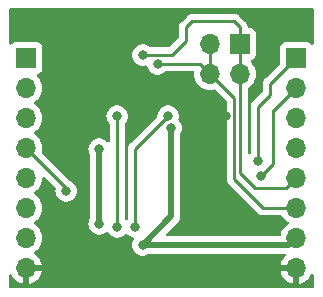
<source format=gbl>
G04 #@! TF.GenerationSoftware,KiCad,Pcbnew,7.0.1*
G04 #@! TF.CreationDate,2023-10-25T20:54:25+02:00*
G04 #@! TF.ProjectId,canfd_breakout,63616e66-645f-4627-9265-616b6f75742e,rev?*
G04 #@! TF.SameCoordinates,Original*
G04 #@! TF.FileFunction,Copper,L2,Bot*
G04 #@! TF.FilePolarity,Positive*
%FSLAX46Y46*%
G04 Gerber Fmt 4.6, Leading zero omitted, Abs format (unit mm)*
G04 Created by KiCad (PCBNEW 7.0.1) date 2023-10-25 20:54:25*
%MOMM*%
%LPD*%
G01*
G04 APERTURE LIST*
G04 #@! TA.AperFunction,ComponentPad*
%ADD10R,1.700000X1.700000*%
G04 #@! TD*
G04 #@! TA.AperFunction,ComponentPad*
%ADD11O,1.700000X1.700000*%
G04 #@! TD*
G04 #@! TA.AperFunction,ViaPad*
%ADD12C,0.800000*%
G04 #@! TD*
G04 #@! TA.AperFunction,Conductor*
%ADD13C,0.250000*%
G04 #@! TD*
G04 #@! TA.AperFunction,Conductor*
%ADD14C,0.500000*%
G04 #@! TD*
G04 APERTURE END LIST*
D10*
X122860000Y-100000000D03*
D11*
X122860000Y-102540000D03*
X122860000Y-105080000D03*
X122860000Y-107620000D03*
X122860000Y-110160000D03*
X122860000Y-112700000D03*
X122860000Y-115240000D03*
X122860000Y-117780000D03*
D10*
X100000000Y-100000000D03*
D11*
X100000000Y-102540000D03*
X100000000Y-105080000D03*
X100000000Y-107620000D03*
X100000000Y-110160000D03*
X100000000Y-112700000D03*
X100000000Y-115240000D03*
X100000000Y-117780000D03*
X115570000Y-101346000D03*
X115570000Y-98806000D03*
X118110000Y-101346000D03*
D10*
X118110000Y-98806000D03*
D12*
X119634000Y-108712000D03*
X106172000Y-107696000D03*
X111120701Y-100494500D03*
X109855000Y-99732500D03*
X109855000Y-115824000D03*
X109220000Y-104902000D03*
X116877500Y-104902000D03*
X119888000Y-109982000D03*
X103378000Y-111252000D03*
X120650000Y-118872000D03*
X120142000Y-114300000D03*
X115824000Y-114300000D03*
X109982000Y-118364000D03*
X102362000Y-105918000D03*
X102362000Y-100330000D03*
X106172000Y-114046000D03*
X112268000Y-105918000D03*
X109220000Y-114300000D03*
X112014000Y-104902000D03*
X107696000Y-114300000D03*
X107696000Y-104902000D03*
D13*
X120650000Y-102210000D02*
X122860000Y-100000000D01*
X120650000Y-103088299D02*
X120650000Y-102210000D01*
X119634000Y-104104299D02*
X120650000Y-103088299D01*
X119634000Y-108712000D02*
X119634000Y-104104299D01*
D14*
X106172000Y-107696000D02*
X106172000Y-114046000D01*
D13*
X114718500Y-100494500D02*
X115570000Y-101346000D01*
X111120701Y-100494500D02*
X114718500Y-100494500D01*
X118110000Y-97409000D02*
X118110000Y-98806000D01*
X117602000Y-96901000D02*
X118110000Y-97409000D01*
X114046000Y-96901000D02*
X117602000Y-96901000D01*
X113538000Y-97409000D02*
X114046000Y-96901000D01*
X113538000Y-98552000D02*
X113538000Y-97409000D01*
X112357500Y-99732500D02*
X113538000Y-98552000D01*
X109855000Y-99732500D02*
X112357500Y-99732500D01*
D14*
X109855000Y-115824000D02*
X122276000Y-115824000D01*
X112268000Y-113411000D02*
X109855000Y-115824000D01*
X112268000Y-105918000D02*
X112268000Y-113411000D01*
X122276000Y-115824000D02*
X122860000Y-115240000D01*
D13*
X122022000Y-110998000D02*
X122860000Y-110160000D01*
X119380000Y-110998000D02*
X122022000Y-110998000D01*
X118110000Y-109728000D02*
X119380000Y-110998000D01*
X118110000Y-101346000D02*
X118110000Y-109728000D01*
X121006000Y-104394000D02*
X122860000Y-102540000D01*
X119888000Y-109982000D02*
X120904000Y-108966000D01*
X120904000Y-104394000D02*
X121006000Y-104394000D01*
X120904000Y-108966000D02*
X120904000Y-104394000D01*
X120066000Y-112700000D02*
X122860000Y-112700000D01*
X117602000Y-110236000D02*
X120066000Y-112700000D01*
X117602000Y-103378000D02*
X117602000Y-110236000D01*
X115570000Y-101346000D02*
X117602000Y-103378000D01*
X103378000Y-111252000D02*
X103378000Y-110998000D01*
X103378000Y-110998000D02*
X100000000Y-107620000D01*
X118110000Y-101346000D02*
X118110000Y-98806000D01*
X115570000Y-101346000D02*
X115570000Y-98806000D01*
X109220000Y-107696000D02*
X109220000Y-114300000D01*
X112014000Y-104902000D02*
X109220000Y-107696000D01*
X107696000Y-104902000D02*
X107696000Y-114300000D01*
G04 #@! TA.AperFunction,Conductor*
G36*
X124270500Y-95775113D02*
G01*
X124315887Y-95820500D01*
X124332500Y-95882500D01*
X124332500Y-98773830D01*
X124317332Y-98833257D01*
X124275540Y-98878145D01*
X124217346Y-98897514D01*
X124156989Y-98886624D01*
X124109233Y-98848141D01*
X124093772Y-98827488D01*
X124067546Y-98792454D01*
X123952331Y-98706204D01*
X123817483Y-98655909D01*
X123757873Y-98649500D01*
X123757869Y-98649500D01*
X121962130Y-98649500D01*
X121902515Y-98655909D01*
X121767669Y-98706204D01*
X121652454Y-98792454D01*
X121566204Y-98907668D01*
X121515909Y-99042516D01*
X121509500Y-99102131D01*
X121509500Y-100414546D01*
X121500061Y-100461999D01*
X121473181Y-100502227D01*
X120266208Y-101709199D01*
X120250110Y-101722096D01*
X120202096Y-101773225D01*
X120199391Y-101776017D01*
X120179874Y-101795534D01*
X120177415Y-101798705D01*
X120169842Y-101807572D01*
X120139935Y-101839420D01*
X120130285Y-101856974D01*
X120119609Y-101873228D01*
X120107326Y-101889063D01*
X120089975Y-101929158D01*
X120084838Y-101939644D01*
X120063802Y-101977907D01*
X120058821Y-101997309D01*
X120052520Y-102015711D01*
X120044561Y-102034102D01*
X120037728Y-102077242D01*
X120035360Y-102088674D01*
X120024500Y-102130978D01*
X120024500Y-102151016D01*
X120022973Y-102170415D01*
X120019840Y-102190194D01*
X120023950Y-102233675D01*
X120024500Y-102245344D01*
X120024500Y-102777847D01*
X120015061Y-102825300D01*
X119988181Y-102865528D01*
X119250208Y-103603498D01*
X119234110Y-103616395D01*
X119186096Y-103667524D01*
X119183391Y-103670316D01*
X119163874Y-103689833D01*
X119161415Y-103693004D01*
X119153842Y-103701871D01*
X119123935Y-103733719D01*
X119114285Y-103751273D01*
X119103609Y-103767527D01*
X119091326Y-103783362D01*
X119073975Y-103823457D01*
X119068838Y-103833943D01*
X119047802Y-103872206D01*
X119042821Y-103891608D01*
X119036520Y-103910010D01*
X119028561Y-103928401D01*
X119021728Y-103971541D01*
X119019360Y-103982973D01*
X119008500Y-104025277D01*
X119008500Y-104045315D01*
X119006973Y-104064714D01*
X119003840Y-104084493D01*
X119007950Y-104127974D01*
X119008500Y-104139643D01*
X119008500Y-108013313D01*
X119000264Y-108057751D01*
X118976649Y-108096286D01*
X118951649Y-108124051D01*
X118902722Y-108157301D01*
X118843958Y-108164100D01*
X118788731Y-108142900D01*
X118749611Y-108098527D01*
X118735500Y-108041078D01*
X118735500Y-102621227D01*
X118749511Y-102563970D01*
X118788374Y-102519653D01*
X118981401Y-102384495D01*
X119148495Y-102217401D01*
X119284035Y-102023830D01*
X119383903Y-101809663D01*
X119445063Y-101581408D01*
X119465659Y-101346000D01*
X119445063Y-101110592D01*
X119383903Y-100882337D01*
X119284035Y-100668171D01*
X119148495Y-100474599D01*
X119026569Y-100352673D01*
X118995273Y-100299927D01*
X118993084Y-100238634D01*
X119020537Y-100183789D01*
X119070916Y-100148810D01*
X119202331Y-100099796D01*
X119317546Y-100013546D01*
X119403796Y-99898331D01*
X119454091Y-99763483D01*
X119460500Y-99703873D01*
X119460499Y-97908128D01*
X119454091Y-97848517D01*
X119403796Y-97713669D01*
X119317546Y-97598454D01*
X119202331Y-97512204D01*
X119067483Y-97461909D01*
X119007873Y-97455500D01*
X119007869Y-97455500D01*
X118857434Y-97455500D01*
X118796562Y-97439530D01*
X118751368Y-97395735D01*
X118733495Y-97335394D01*
X118733325Y-97329978D01*
X118732709Y-97310372D01*
X118727119Y-97291134D01*
X118723174Y-97272082D01*
X118720664Y-97252208D01*
X118713099Y-97233102D01*
X118704578Y-97211581D01*
X118700805Y-97200560D01*
X118688617Y-97158610D01*
X118678421Y-97141369D01*
X118669863Y-97123902D01*
X118662486Y-97105268D01*
X118636798Y-97069912D01*
X118630409Y-97060184D01*
X118608170Y-97022579D01*
X118594006Y-97008415D01*
X118581369Y-96993620D01*
X118569595Y-96977414D01*
X118569594Y-96977413D01*
X118535935Y-96949568D01*
X118527305Y-96941714D01*
X118102802Y-96517211D01*
X118089906Y-96501113D01*
X118038775Y-96453098D01*
X118035978Y-96450387D01*
X118016470Y-96430879D01*
X118013290Y-96428412D01*
X118004424Y-96420839D01*
X117972582Y-96390938D01*
X117955024Y-96381285D01*
X117938764Y-96370604D01*
X117922936Y-96358327D01*
X117882851Y-96340980D01*
X117872361Y-96335841D01*
X117834091Y-96314802D01*
X117814691Y-96309821D01*
X117796284Y-96303519D01*
X117777897Y-96295562D01*
X117734758Y-96288729D01*
X117723324Y-96286361D01*
X117681019Y-96275500D01*
X117660984Y-96275500D01*
X117641586Y-96273973D01*
X117634162Y-96272797D01*
X117621805Y-96270840D01*
X117621804Y-96270840D01*
X117595484Y-96273328D01*
X117578325Y-96274950D01*
X117566656Y-96275500D01*
X114128740Y-96275500D01*
X114108236Y-96273236D01*
X114038144Y-96275439D01*
X114034250Y-96275500D01*
X114006648Y-96275500D01*
X114002653Y-96276004D01*
X113991029Y-96276918D01*
X113947368Y-96278290D01*
X113928129Y-96283880D01*
X113909080Y-96287825D01*
X113889208Y-96290335D01*
X113848593Y-96306415D01*
X113837549Y-96310196D01*
X113795611Y-96322382D01*
X113778364Y-96332581D01*
X113760900Y-96341136D01*
X113742267Y-96348514D01*
X113706926Y-96374189D01*
X113697168Y-96380599D01*
X113659579Y-96402829D01*
X113645410Y-96416998D01*
X113630622Y-96429628D01*
X113614413Y-96441405D01*
X113586572Y-96475058D01*
X113578711Y-96483696D01*
X113154208Y-96908199D01*
X113138110Y-96921096D01*
X113090096Y-96972225D01*
X113087391Y-96975017D01*
X113067874Y-96994534D01*
X113065415Y-96997705D01*
X113057842Y-97006572D01*
X113027935Y-97038420D01*
X113018285Y-97055974D01*
X113007609Y-97072228D01*
X112995326Y-97088063D01*
X112977975Y-97128158D01*
X112972838Y-97138644D01*
X112951802Y-97176907D01*
X112946821Y-97196309D01*
X112940520Y-97214711D01*
X112932561Y-97233102D01*
X112925728Y-97276242D01*
X112923360Y-97287674D01*
X112912500Y-97329978D01*
X112912500Y-97350016D01*
X112910973Y-97369415D01*
X112907840Y-97389194D01*
X112911950Y-97432675D01*
X112912500Y-97444344D01*
X112912500Y-98241548D01*
X112903061Y-98289001D01*
X112876181Y-98329229D01*
X112134728Y-99070681D01*
X112094500Y-99097561D01*
X112047047Y-99107000D01*
X110558747Y-99107000D01*
X110508312Y-99096280D01*
X110466598Y-99065973D01*
X110460871Y-99059612D01*
X110307730Y-98948349D01*
X110307729Y-98948348D01*
X110307727Y-98948347D01*
X110134802Y-98871355D01*
X109949648Y-98832000D01*
X109949646Y-98832000D01*
X109760354Y-98832000D01*
X109760352Y-98832000D01*
X109575197Y-98871355D01*
X109402269Y-98948348D01*
X109249129Y-99059610D01*
X109122466Y-99200283D01*
X109027820Y-99364215D01*
X108969326Y-99544242D01*
X108949540Y-99732499D01*
X108969326Y-99920757D01*
X109027820Y-100100784D01*
X109122466Y-100264716D01*
X109249129Y-100405389D01*
X109402269Y-100516651D01*
X109575197Y-100593644D01*
X109760352Y-100633000D01*
X109760354Y-100633000D01*
X109949646Y-100633000D01*
X109949647Y-100633000D01*
X110082407Y-100604781D01*
X110092258Y-100602687D01*
X110152218Y-100604781D01*
X110204177Y-100634779D01*
X110235970Y-100685659D01*
X110293521Y-100862784D01*
X110388167Y-101026716D01*
X110514830Y-101167389D01*
X110667970Y-101278651D01*
X110840898Y-101355644D01*
X111026053Y-101395000D01*
X111026055Y-101395000D01*
X111215347Y-101395000D01*
X111215349Y-101395000D01*
X111351947Y-101365965D01*
X111400504Y-101355644D01*
X111573431Y-101278651D01*
X111726572Y-101167388D01*
X111732299Y-101161026D01*
X111774013Y-101130720D01*
X111824448Y-101120000D01*
X114098791Y-101120000D01*
X114163888Y-101138462D01*
X114209602Y-101188349D01*
X114222319Y-101254807D01*
X114214340Y-101345999D01*
X114234936Y-101581407D01*
X114272634Y-101722096D01*
X114296097Y-101809663D01*
X114395965Y-102023830D01*
X114531505Y-102217401D01*
X114698599Y-102384495D01*
X114892170Y-102520035D01*
X115106337Y-102619903D01*
X115334592Y-102681063D01*
X115570000Y-102701659D01*
X115805408Y-102681063D01*
X115905874Y-102654143D01*
X115970059Y-102654143D01*
X116025646Y-102686236D01*
X116506727Y-103167318D01*
X116940181Y-103600772D01*
X116967061Y-103641000D01*
X116976500Y-103688453D01*
X116976500Y-110153256D01*
X116974235Y-110173762D01*
X116976439Y-110243873D01*
X116976500Y-110247768D01*
X116976500Y-110275349D01*
X116977003Y-110279334D01*
X116977918Y-110290967D01*
X116979290Y-110334626D01*
X116984879Y-110353860D01*
X116988825Y-110372916D01*
X116991335Y-110392792D01*
X117007414Y-110433404D01*
X117011197Y-110444451D01*
X117023382Y-110486391D01*
X117033580Y-110503635D01*
X117042136Y-110521100D01*
X117049514Y-110539732D01*
X117049515Y-110539733D01*
X117075180Y-110575059D01*
X117081593Y-110584822D01*
X117103826Y-110622416D01*
X117103829Y-110622419D01*
X117103830Y-110622420D01*
X117117995Y-110636585D01*
X117130627Y-110651375D01*
X117142406Y-110667587D01*
X117176058Y-110695426D01*
X117184699Y-110703289D01*
X119565196Y-113083787D01*
X119578096Y-113099888D01*
X119629223Y-113147900D01*
X119632019Y-113150610D01*
X119651529Y-113170120D01*
X119654711Y-113172588D01*
X119663571Y-113180155D01*
X119671510Y-113187611D01*
X119695418Y-113210062D01*
X119712970Y-113219711D01*
X119729238Y-113230397D01*
X119745064Y-113242673D01*
X119785146Y-113260017D01*
X119795633Y-113265155D01*
X119833907Y-113286197D01*
X119842410Y-113288379D01*
X119853308Y-113291178D01*
X119871713Y-113297478D01*
X119890104Y-113305437D01*
X119933250Y-113312270D01*
X119944668Y-113314635D01*
X119986981Y-113325500D01*
X120007016Y-113325500D01*
X120026415Y-113327027D01*
X120046196Y-113330160D01*
X120089674Y-113326050D01*
X120101344Y-113325500D01*
X121584773Y-113325500D01*
X121642030Y-113339511D01*
X121686346Y-113378374D01*
X121821505Y-113571401D01*
X121988599Y-113738495D01*
X122174160Y-113868426D01*
X122213024Y-113912743D01*
X122227035Y-113970000D01*
X122213024Y-114027257D01*
X122174159Y-114071575D01*
X121988595Y-114201508D01*
X121821505Y-114368598D01*
X121685965Y-114562170D01*
X121586097Y-114776336D01*
X121531099Y-114981593D01*
X121506314Y-115029206D01*
X121463729Y-115061882D01*
X121411324Y-115073500D01*
X111966229Y-115073500D01*
X111909934Y-115059985D01*
X111865911Y-115022385D01*
X111843756Y-114968898D01*
X111848298Y-114911182D01*
X111878548Y-114861819D01*
X112087212Y-114653155D01*
X112753638Y-113986727D01*
X112767256Y-113974957D01*
X112786530Y-113960610D01*
X112818382Y-113922649D01*
X112825668Y-113914697D01*
X112829590Y-113910777D01*
X112848863Y-113886399D01*
X112851030Y-113883739D01*
X112899302Y-113826214D01*
X112899303Y-113826210D01*
X112900119Y-113825239D01*
X112910575Y-113808825D01*
X112911109Y-113807679D01*
X112911111Y-113807677D01*
X112942816Y-113739682D01*
X112944369Y-113736475D01*
X112978040Y-113669433D01*
X112978040Y-113669429D01*
X112978610Y-113668296D01*
X112984999Y-113649917D01*
X112985256Y-113648673D01*
X113000431Y-113575171D01*
X113001186Y-113571767D01*
X113018500Y-113498721D01*
X113018500Y-113498719D01*
X113018790Y-113497495D01*
X113020769Y-113478123D01*
X113020732Y-113476859D01*
X113020733Y-113476856D01*
X113018552Y-113401889D01*
X113018500Y-113398284D01*
X113018500Y-106452322D01*
X113035113Y-106390322D01*
X113095179Y-106286284D01*
X113149697Y-106118495D01*
X113153674Y-106106256D01*
X113173460Y-105918000D01*
X113153674Y-105729744D01*
X113103166Y-105574296D01*
X113095179Y-105549715D01*
X113000533Y-105385783D01*
X112937165Y-105315407D01*
X112903761Y-105278308D01*
X112874621Y-105221118D01*
X112877979Y-105157022D01*
X112899674Y-105090256D01*
X112919460Y-104902000D01*
X112899674Y-104713744D01*
X112868024Y-104616336D01*
X112841179Y-104533715D01*
X112746533Y-104369783D01*
X112619870Y-104229110D01*
X112466730Y-104117848D01*
X112293802Y-104040855D01*
X112108648Y-104001500D01*
X112108646Y-104001500D01*
X111919354Y-104001500D01*
X111919352Y-104001500D01*
X111734197Y-104040855D01*
X111561269Y-104117848D01*
X111408129Y-104229110D01*
X111281466Y-104369783D01*
X111186820Y-104533715D01*
X111128326Y-104713742D01*
X111110679Y-104881649D01*
X111099279Y-104922070D01*
X111075039Y-104956368D01*
X108836208Y-107195199D01*
X108820110Y-107208096D01*
X108772096Y-107259225D01*
X108769391Y-107262017D01*
X108749874Y-107281534D01*
X108747415Y-107284705D01*
X108739842Y-107293572D01*
X108709935Y-107325420D01*
X108700285Y-107342974D01*
X108689609Y-107359228D01*
X108677326Y-107375063D01*
X108659975Y-107415158D01*
X108654838Y-107425644D01*
X108633802Y-107463907D01*
X108628821Y-107483309D01*
X108622520Y-107501711D01*
X108614561Y-107520102D01*
X108607728Y-107563242D01*
X108605360Y-107574674D01*
X108594500Y-107616978D01*
X108594500Y-107637016D01*
X108592973Y-107656415D01*
X108589840Y-107676194D01*
X108593950Y-107719675D01*
X108594500Y-107731344D01*
X108594500Y-113601313D01*
X108586263Y-113645754D01*
X108562645Y-113684291D01*
X108550144Y-113698173D01*
X108492172Y-113734393D01*
X108423816Y-113734390D01*
X108365849Y-113698166D01*
X108353348Y-113684283D01*
X108329736Y-113645750D01*
X108321500Y-113601313D01*
X108321500Y-105600687D01*
X108329736Y-105556249D01*
X108353347Y-105517717D01*
X108428533Y-105434216D01*
X108487295Y-105332438D01*
X108523179Y-105270284D01*
X108539154Y-105221118D01*
X108581674Y-105090256D01*
X108601460Y-104902000D01*
X108581674Y-104713744D01*
X108550024Y-104616336D01*
X108523179Y-104533715D01*
X108428533Y-104369783D01*
X108301870Y-104229110D01*
X108148730Y-104117848D01*
X107975802Y-104040855D01*
X107790648Y-104001500D01*
X107790646Y-104001500D01*
X107601354Y-104001500D01*
X107601352Y-104001500D01*
X107416197Y-104040855D01*
X107243269Y-104117848D01*
X107090129Y-104229110D01*
X106963466Y-104369783D01*
X106868820Y-104533715D01*
X106810326Y-104713742D01*
X106790540Y-104902000D01*
X106810326Y-105090257D01*
X106868820Y-105270284D01*
X106963464Y-105434213D01*
X106963467Y-105434216D01*
X107038652Y-105517717D01*
X107062264Y-105556249D01*
X107070500Y-105600687D01*
X107070500Y-107025078D01*
X107056389Y-107082527D01*
X107017269Y-107126900D01*
X106962041Y-107148100D01*
X106903277Y-107141301D01*
X106854350Y-107108050D01*
X106777870Y-107023110D01*
X106624730Y-106911848D01*
X106451802Y-106834855D01*
X106266648Y-106795500D01*
X106266646Y-106795500D01*
X106077354Y-106795500D01*
X106077352Y-106795500D01*
X105892197Y-106834855D01*
X105719269Y-106911848D01*
X105566129Y-107023110D01*
X105439466Y-107163783D01*
X105344820Y-107327715D01*
X105286326Y-107507742D01*
X105266540Y-107695999D01*
X105286326Y-107884257D01*
X105344820Y-108064284D01*
X105404887Y-108168322D01*
X105421500Y-108230322D01*
X105421500Y-113511678D01*
X105404887Y-113573678D01*
X105344820Y-113677715D01*
X105286326Y-113857742D01*
X105266540Y-114046000D01*
X105286326Y-114234257D01*
X105344820Y-114414284D01*
X105439466Y-114578216D01*
X105566129Y-114718889D01*
X105719269Y-114830151D01*
X105892197Y-114907144D01*
X106077352Y-114946500D01*
X106077354Y-114946500D01*
X106266646Y-114946500D01*
X106266648Y-114946500D01*
X106390084Y-114920262D01*
X106451803Y-114907144D01*
X106521193Y-114876248D01*
X106624727Y-114830153D01*
X106624730Y-114830151D01*
X106751114Y-114738327D01*
X106815347Y-114714949D01*
X106882212Y-114729162D01*
X106931384Y-114776647D01*
X106963466Y-114832216D01*
X107090129Y-114972889D01*
X107243269Y-115084151D01*
X107416197Y-115161144D01*
X107601352Y-115200500D01*
X107601354Y-115200500D01*
X107790646Y-115200500D01*
X107790648Y-115200500D01*
X107914083Y-115174262D01*
X107975803Y-115161144D01*
X108148730Y-115084151D01*
X108301871Y-114972888D01*
X108365850Y-114901831D01*
X108423821Y-114865608D01*
X108492179Y-114865608D01*
X108550150Y-114901832D01*
X108614129Y-114972889D01*
X108767269Y-115084151D01*
X108940197Y-115161144D01*
X109002781Y-115174447D01*
X109055036Y-115199370D01*
X109090280Y-115245301D01*
X109100831Y-115302226D01*
X109084388Y-115357736D01*
X109027821Y-115455713D01*
X108969326Y-115635742D01*
X108958968Y-115734296D01*
X108949540Y-115824000D01*
X108956551Y-115890710D01*
X108969326Y-116012257D01*
X109027820Y-116192284D01*
X109122466Y-116356216D01*
X109249129Y-116496889D01*
X109402269Y-116608151D01*
X109575197Y-116685144D01*
X109760352Y-116724500D01*
X109760354Y-116724500D01*
X109949646Y-116724500D01*
X109949648Y-116724500D01*
X110073083Y-116698262D01*
X110134803Y-116685144D01*
X110307730Y-116608151D01*
X110321449Y-116598183D01*
X110356018Y-116580569D01*
X110394337Y-116574500D01*
X121856950Y-116574500D01*
X121913245Y-116588015D01*
X121957268Y-116625615D01*
X121979423Y-116679102D01*
X121974881Y-116736818D01*
X121944631Y-116786181D01*
X121821890Y-116908921D01*
X121686400Y-117102421D01*
X121586569Y-117316507D01*
X121529364Y-117529999D01*
X121529364Y-117530000D01*
X122986000Y-117530000D01*
X123048000Y-117546613D01*
X123093387Y-117592000D01*
X123110000Y-117654000D01*
X123110000Y-119110635D01*
X123323492Y-119053430D01*
X123537576Y-118953600D01*
X123731081Y-118818106D01*
X123898106Y-118651081D01*
X124033600Y-118457576D01*
X124096118Y-118323509D01*
X124139160Y-118273113D01*
X124202011Y-118252084D01*
X124266715Y-118266429D01*
X124314789Y-118312049D01*
X124332500Y-118375914D01*
X124332500Y-119382500D01*
X124315887Y-119444500D01*
X124270500Y-119489887D01*
X124208500Y-119506500D01*
X98676500Y-119506500D01*
X98614500Y-119489887D01*
X98569113Y-119444500D01*
X98552500Y-119382500D01*
X98552500Y-118429526D01*
X98570211Y-118365661D01*
X98618285Y-118320041D01*
X98682990Y-118305696D01*
X98745840Y-118326725D01*
X98788882Y-118377121D01*
X98826399Y-118457576D01*
X98961893Y-118651081D01*
X99128918Y-118818106D01*
X99322423Y-118953600D01*
X99536507Y-119053430D01*
X99749999Y-119110635D01*
X99750000Y-119110636D01*
X99750000Y-118030000D01*
X100250000Y-118030000D01*
X100250000Y-119110635D01*
X100463492Y-119053430D01*
X100677576Y-118953600D01*
X100871081Y-118818106D01*
X101038106Y-118651081D01*
X101173600Y-118457576D01*
X101273430Y-118243492D01*
X101330636Y-118030000D01*
X121529364Y-118030000D01*
X121586569Y-118243492D01*
X121686399Y-118457576D01*
X121821893Y-118651081D01*
X121988918Y-118818106D01*
X122182423Y-118953600D01*
X122396507Y-119053430D01*
X122609999Y-119110635D01*
X122610000Y-119110636D01*
X122610000Y-118030000D01*
X121529364Y-118030000D01*
X101330636Y-118030000D01*
X100250000Y-118030000D01*
X99750000Y-118030000D01*
X99750000Y-117654000D01*
X99766613Y-117592000D01*
X99812000Y-117546613D01*
X99874000Y-117530000D01*
X101330636Y-117530000D01*
X101330635Y-117529999D01*
X101273430Y-117316507D01*
X101173599Y-117102421D01*
X101038109Y-116908921D01*
X100871081Y-116741893D01*
X100685404Y-116611880D01*
X100646539Y-116567562D01*
X100632528Y-116510305D01*
X100646539Y-116453048D01*
X100685402Y-116408732D01*
X100871401Y-116278495D01*
X101038495Y-116111401D01*
X101174035Y-115917830D01*
X101273903Y-115703663D01*
X101335063Y-115475408D01*
X101355659Y-115240000D01*
X101337216Y-115029206D01*
X101335063Y-115004592D01*
X101273903Y-114776337D01*
X101174035Y-114562171D01*
X101038495Y-114368599D01*
X100871401Y-114201505D01*
X100685839Y-114071573D01*
X100646974Y-114027255D01*
X100632964Y-113969999D01*
X100646975Y-113912742D01*
X100685837Y-113868428D01*
X100871401Y-113738495D01*
X101038495Y-113571401D01*
X101174035Y-113377830D01*
X101273903Y-113163663D01*
X101335063Y-112935408D01*
X101355659Y-112700000D01*
X101335063Y-112464592D01*
X101273903Y-112236337D01*
X101174035Y-112022171D01*
X101038495Y-111828599D01*
X100871401Y-111661505D01*
X100685839Y-111531573D01*
X100646975Y-111487257D01*
X100632964Y-111430000D01*
X100646975Y-111372743D01*
X100685839Y-111328426D01*
X100871401Y-111198495D01*
X101038495Y-111031401D01*
X101174035Y-110837830D01*
X101273903Y-110623663D01*
X101335063Y-110395408D01*
X101344711Y-110285130D01*
X101356598Y-110149272D01*
X101381750Y-110084592D01*
X101437716Y-110043557D01*
X101506965Y-110039018D01*
X101567807Y-110072398D01*
X102456859Y-110961450D01*
X102486065Y-111007739D01*
X102492499Y-111062092D01*
X102472540Y-111251999D01*
X102492326Y-111440257D01*
X102550820Y-111620284D01*
X102645466Y-111784216D01*
X102772129Y-111924889D01*
X102925269Y-112036151D01*
X103098197Y-112113144D01*
X103283352Y-112152500D01*
X103283354Y-112152500D01*
X103472646Y-112152500D01*
X103472648Y-112152500D01*
X103596084Y-112126262D01*
X103657803Y-112113144D01*
X103830730Y-112036151D01*
X103983871Y-111924888D01*
X104110533Y-111784216D01*
X104205179Y-111620284D01*
X104263674Y-111440256D01*
X104283460Y-111252000D01*
X104263674Y-111063744D01*
X104205179Y-110883716D01*
X104205179Y-110883715D01*
X104110533Y-110719783D01*
X103983870Y-110579110D01*
X103830734Y-110467850D01*
X103746337Y-110430274D01*
X103674547Y-110398311D01*
X103637305Y-110372714D01*
X101340237Y-108075646D01*
X101308143Y-108020058D01*
X101308143Y-107955872D01*
X101335063Y-107855408D01*
X101355659Y-107620000D01*
X101335063Y-107384592D01*
X101273903Y-107156337D01*
X101174035Y-106942171D01*
X101038495Y-106748599D01*
X100871401Y-106581505D01*
X100685839Y-106451573D01*
X100646975Y-106407257D01*
X100632964Y-106350000D01*
X100646975Y-106292743D01*
X100685839Y-106248426D01*
X100871401Y-106118495D01*
X101038495Y-105951401D01*
X101174035Y-105757830D01*
X101273903Y-105543663D01*
X101335063Y-105315408D01*
X101355659Y-105080000D01*
X101335063Y-104844592D01*
X101273903Y-104616337D01*
X101174035Y-104402171D01*
X101038495Y-104208599D01*
X100871401Y-104041505D01*
X100685839Y-103911573D01*
X100646974Y-103867255D01*
X100632964Y-103809999D01*
X100646975Y-103752742D01*
X100685837Y-103708428D01*
X100871401Y-103578495D01*
X101038495Y-103411401D01*
X101174035Y-103217830D01*
X101273903Y-103003663D01*
X101335063Y-102775408D01*
X101355659Y-102540000D01*
X101335063Y-102304592D01*
X101273903Y-102076337D01*
X101174035Y-101862171D01*
X101038495Y-101668599D01*
X100916569Y-101546673D01*
X100885273Y-101493927D01*
X100883084Y-101432634D01*
X100910537Y-101377789D01*
X100960916Y-101342810D01*
X101092331Y-101293796D01*
X101207546Y-101207546D01*
X101293796Y-101092331D01*
X101344091Y-100957483D01*
X101350500Y-100897873D01*
X101350499Y-99102128D01*
X101344091Y-99042517D01*
X101293796Y-98907669D01*
X101207546Y-98792454D01*
X101092331Y-98706204D01*
X100957483Y-98655909D01*
X100897873Y-98649500D01*
X100897869Y-98649500D01*
X99102130Y-98649500D01*
X99042515Y-98655909D01*
X98907669Y-98706204D01*
X98792453Y-98792454D01*
X98775767Y-98814745D01*
X98728011Y-98853229D01*
X98667654Y-98864118D01*
X98609460Y-98844749D01*
X98567668Y-98799861D01*
X98552500Y-98740434D01*
X98552500Y-95882500D01*
X98569113Y-95820500D01*
X98614500Y-95775113D01*
X98676500Y-95758500D01*
X124208500Y-95758500D01*
X124270500Y-95775113D01*
G37*
G04 #@! TD.AperFunction*
M02*

</source>
